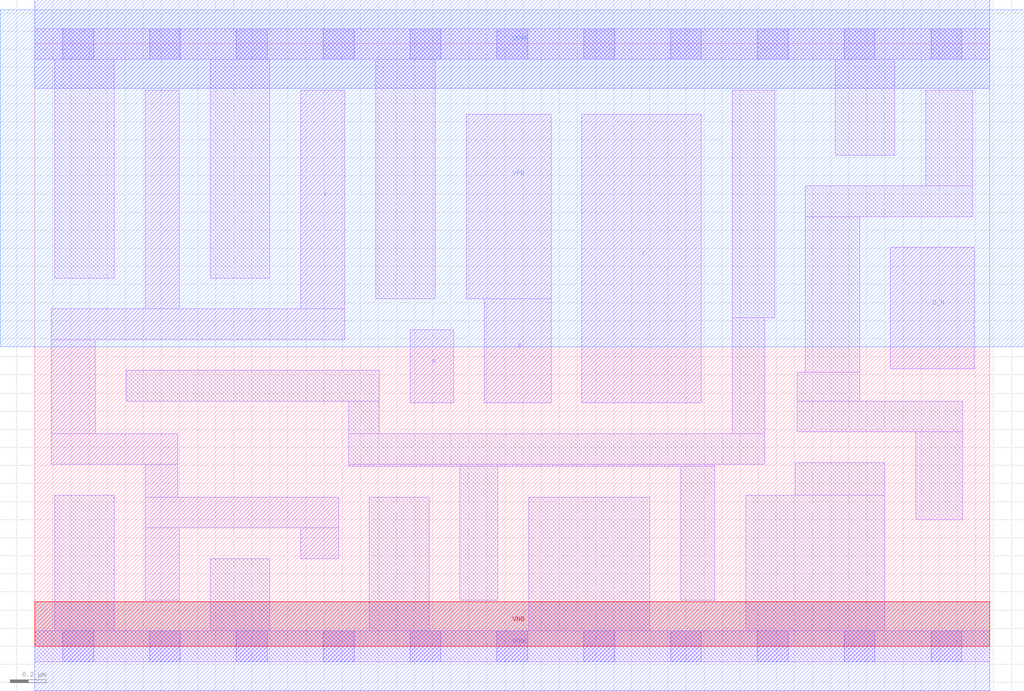
<source format=lef>
# Copyright 2020 The SkyWater PDK Authors
#
# Licensed under the Apache License, Version 2.0 (the "License");
# you may not use this file except in compliance with the License.
# You may obtain a copy of the License at
#
#     https://www.apache.org/licenses/LICENSE-2.0
#
# Unless required by applicable law or agreed to in writing, software
# distributed under the License is distributed on an "AS IS" BASIS,
# WITHOUT WARRANTIES OR CONDITIONS OF ANY KIND, either express or implied.
# See the License for the specific language governing permissions and
# limitations under the License.
#
# SPDX-License-Identifier: Apache-2.0

VERSION 5.7 ;
  NOWIREEXTENSIONATPIN ON ;
  DIVIDERCHAR "/" ;
  BUSBITCHARS "[]" ;
MACRO sky130_fd_sc_lp__or4b_4
  CLASS CORE ;
  FOREIGN sky130_fd_sc_lp__or4b_4 ;
  ORIGIN  0.000000  0.000000 ;
  SIZE  5.280000 BY  3.330000 ;
  SYMMETRY X Y R90 ;
  SITE unit ;
  PIN A
    ANTENNAGATEAREA  0.315000 ;
    DIRECTION INPUT ;
    USE SIGNAL ;
    PORT
      LAYER li1 ;
        RECT 2.075000 1.345000 2.315000 1.750000 ;
    END
  END A
  PIN B
    ANTENNAGATEAREA  0.315000 ;
    DIRECTION INPUT ;
    USE SIGNAL ;
    PORT
      LAYER li1 ;
        RECT 2.385000 1.920000 2.855000 2.940000 ;
        RECT 2.485000 1.345000 2.855000 1.920000 ;
    END
  END B
  PIN C
    ANTENNAGATEAREA  0.315000 ;
    DIRECTION INPUT ;
    USE SIGNAL ;
    PORT
      LAYER li1 ;
        RECT 3.025000 1.345000 3.685000 2.940000 ;
    END
  END C
  PIN D_N
    ANTENNAGATEAREA  0.126000 ;
    DIRECTION INPUT ;
    USE SIGNAL ;
    PORT
      LAYER li1 ;
        RECT 4.730000 1.535000 5.195000 2.205000 ;
    END
  END D_N
  PIN X
    ANTENNADIFFAREA  1.176000 ;
    DIRECTION OUTPUT ;
    USE SIGNAL ;
    PORT
      LAYER li1 ;
        RECT 0.090000 1.005000 0.790000 1.175000 ;
        RECT 0.090000 1.175000 0.335000 1.695000 ;
        RECT 0.090000 1.695000 1.715000 1.865000 ;
        RECT 0.610000 0.255000 0.800000 0.655000 ;
        RECT 0.610000 0.655000 1.680000 0.825000 ;
        RECT 0.610000 0.825000 0.790000 1.005000 ;
        RECT 0.610000 1.865000 0.800000 3.075000 ;
        RECT 1.470000 0.485000 1.680000 0.655000 ;
        RECT 1.470000 1.865000 1.715000 3.075000 ;
    END
  END X
  PIN VGND
    DIRECTION INOUT ;
    USE GROUND ;
    PORT
      LAYER met1 ;
        RECT 0.000000 -0.245000 5.280000 0.245000 ;
    END
  END VGND
  PIN VNB
    DIRECTION INOUT ;
    USE GROUND ;
    PORT
      LAYER pwell ;
        RECT 0.000000 0.000000 5.280000 0.245000 ;
    END
  END VNB
  PIN VPB
    DIRECTION INOUT ;
    USE POWER ;
    PORT
      LAYER nwell ;
        RECT -0.190000 1.655000 5.470000 3.520000 ;
    END
  END VPB
  PIN VPWR
    DIRECTION INOUT ;
    USE POWER ;
    PORT
      LAYER met1 ;
        RECT 0.000000 3.085000 5.280000 3.575000 ;
    END
  END VPWR
  OBS
    LAYER li1 ;
      RECT 0.000000 -0.085000 5.280000 0.085000 ;
      RECT 0.000000  3.245000 5.280000 3.415000 ;
      RECT 0.110000  0.085000 0.440000 0.835000 ;
      RECT 0.110000  2.035000 0.440000 3.245000 ;
      RECT 0.505000  1.355000 1.905000 1.525000 ;
      RECT 0.970000  0.085000 1.300000 0.485000 ;
      RECT 0.970000  2.035000 1.300000 3.245000 ;
      RECT 1.735000  0.995000 3.760000 1.005000 ;
      RECT 1.735000  1.005000 4.035000 1.175000 ;
      RECT 1.735000  1.175000 1.905000 1.355000 ;
      RECT 1.850000  0.085000 2.180000 0.825000 ;
      RECT 1.885000  1.920000 2.215000 3.245000 ;
      RECT 2.350000  0.255000 2.560000 0.995000 ;
      RECT 2.730000  0.085000 3.400000 0.825000 ;
      RECT 3.570000  0.255000 3.760000 0.995000 ;
      RECT 3.855000  1.175000 4.035000 1.815000 ;
      RECT 3.855000  1.815000 4.090000 3.075000 ;
      RECT 3.930000  0.085000 4.700000 0.835000 ;
      RECT 4.205000  0.835000 4.700000 1.015000 ;
      RECT 4.215000  1.185000 5.130000 1.355000 ;
      RECT 4.215000  1.355000 4.560000 1.515000 ;
      RECT 4.260000  1.515000 4.560000 2.375000 ;
      RECT 4.260000  2.375000 5.185000 2.545000 ;
      RECT 4.425000  2.715000 4.755000 3.245000 ;
      RECT 4.870000  0.700000 5.130000 1.185000 ;
      RECT 4.925000  2.545000 5.185000 3.075000 ;
    LAYER mcon ;
      RECT 0.155000 -0.085000 0.325000 0.085000 ;
      RECT 0.155000  3.245000 0.325000 3.415000 ;
      RECT 0.635000 -0.085000 0.805000 0.085000 ;
      RECT 0.635000  3.245000 0.805000 3.415000 ;
      RECT 1.115000 -0.085000 1.285000 0.085000 ;
      RECT 1.115000  3.245000 1.285000 3.415000 ;
      RECT 1.595000 -0.085000 1.765000 0.085000 ;
      RECT 1.595000  3.245000 1.765000 3.415000 ;
      RECT 2.075000 -0.085000 2.245000 0.085000 ;
      RECT 2.075000  3.245000 2.245000 3.415000 ;
      RECT 2.555000 -0.085000 2.725000 0.085000 ;
      RECT 2.555000  3.245000 2.725000 3.415000 ;
      RECT 3.035000 -0.085000 3.205000 0.085000 ;
      RECT 3.035000  3.245000 3.205000 3.415000 ;
      RECT 3.515000 -0.085000 3.685000 0.085000 ;
      RECT 3.515000  3.245000 3.685000 3.415000 ;
      RECT 3.995000 -0.085000 4.165000 0.085000 ;
      RECT 3.995000  3.245000 4.165000 3.415000 ;
      RECT 4.475000 -0.085000 4.645000 0.085000 ;
      RECT 4.475000  3.245000 4.645000 3.415000 ;
      RECT 4.955000 -0.085000 5.125000 0.085000 ;
      RECT 4.955000  3.245000 5.125000 3.415000 ;
  END
END sky130_fd_sc_lp__or4b_4
END LIBRARY

</source>
